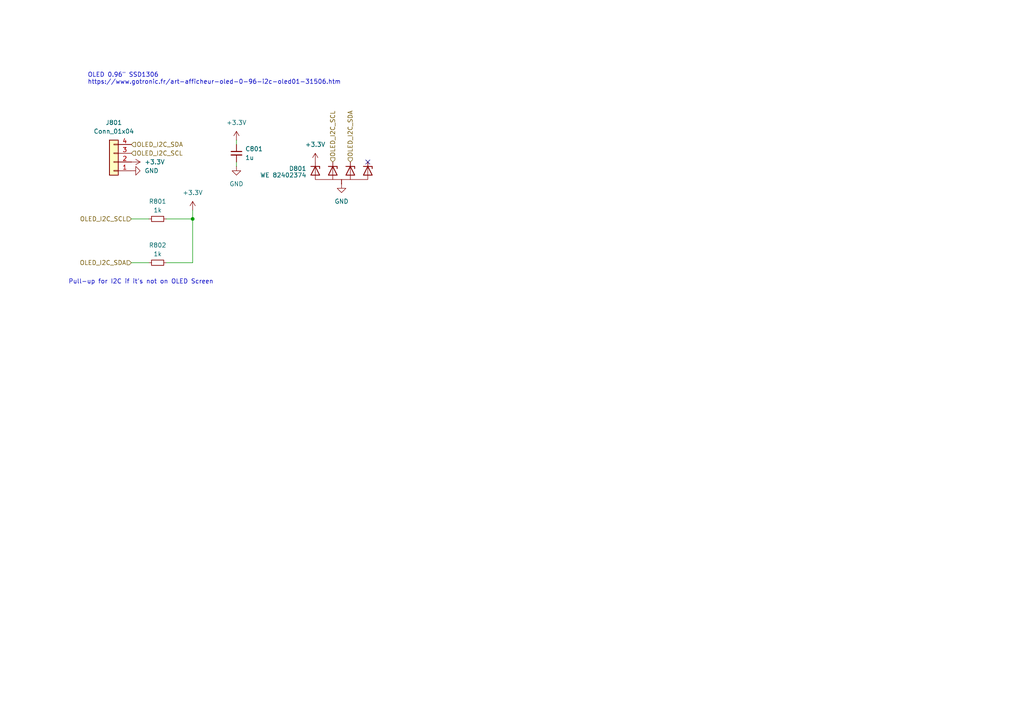
<source format=kicad_sch>
(kicad_sch
	(version 20231120)
	(generator "eeschema")
	(generator_version "8.0")
	(uuid "15e534a4-db6f-42d7-8af0-5d00a5b11e98")
	(paper "A4")
	(lib_symbols
		(symbol "Connector_Generic:Conn_01x04"
			(pin_names
				(offset 1.016) hide)
			(exclude_from_sim no)
			(in_bom yes)
			(on_board yes)
			(property "Reference" "J"
				(at 0 5.08 0)
				(effects
					(font
						(size 1.27 1.27)
					)
				)
			)
			(property "Value" "Conn_01x04"
				(at 0 -7.62 0)
				(effects
					(font
						(size 1.27 1.27)
					)
				)
			)
			(property "Footprint" ""
				(at 0 0 0)
				(effects
					(font
						(size 1.27 1.27)
					)
					(hide yes)
				)
			)
			(property "Datasheet" "~"
				(at 0 0 0)
				(effects
					(font
						(size 1.27 1.27)
					)
					(hide yes)
				)
			)
			(property "Description" "Generic connector, single row, 01x04, script generated (kicad-library-utils/schlib/autogen/connector/)"
				(at 0 0 0)
				(effects
					(font
						(size 1.27 1.27)
					)
					(hide yes)
				)
			)
			(property "ki_keywords" "connector"
				(at 0 0 0)
				(effects
					(font
						(size 1.27 1.27)
					)
					(hide yes)
				)
			)
			(property "ki_fp_filters" "Connector*:*_1x??_*"
				(at 0 0 0)
				(effects
					(font
						(size 1.27 1.27)
					)
					(hide yes)
				)
			)
			(symbol "Conn_01x04_1_1"
				(rectangle
					(start -1.27 -4.953)
					(end 0 -5.207)
					(stroke
						(width 0.1524)
						(type default)
					)
					(fill
						(type none)
					)
				)
				(rectangle
					(start -1.27 -2.413)
					(end 0 -2.667)
					(stroke
						(width 0.1524)
						(type default)
					)
					(fill
						(type none)
					)
				)
				(rectangle
					(start -1.27 0.127)
					(end 0 -0.127)
					(stroke
						(width 0.1524)
						(type default)
					)
					(fill
						(type none)
					)
				)
				(rectangle
					(start -1.27 2.667)
					(end 0 2.413)
					(stroke
						(width 0.1524)
						(type default)
					)
					(fill
						(type none)
					)
				)
				(rectangle
					(start -1.27 3.81)
					(end 1.27 -6.35)
					(stroke
						(width 0.254)
						(type default)
					)
					(fill
						(type background)
					)
				)
				(pin passive line
					(at -5.08 2.54 0)
					(length 3.81)
					(name "Pin_1"
						(effects
							(font
								(size 1.27 1.27)
							)
						)
					)
					(number "1"
						(effects
							(font
								(size 1.27 1.27)
							)
						)
					)
				)
				(pin passive line
					(at -5.08 0 0)
					(length 3.81)
					(name "Pin_2"
						(effects
							(font
								(size 1.27 1.27)
							)
						)
					)
					(number "2"
						(effects
							(font
								(size 1.27 1.27)
							)
						)
					)
				)
				(pin passive line
					(at -5.08 -2.54 0)
					(length 3.81)
					(name "Pin_3"
						(effects
							(font
								(size 1.27 1.27)
							)
						)
					)
					(number "3"
						(effects
							(font
								(size 1.27 1.27)
							)
						)
					)
				)
				(pin passive line
					(at -5.08 -5.08 0)
					(length 3.81)
					(name "Pin_4"
						(effects
							(font
								(size 1.27 1.27)
							)
						)
					)
					(number "4"
						(effects
							(font
								(size 1.27 1.27)
							)
						)
					)
				)
			)
		)
		(symbol "Device:C_Small"
			(pin_numbers hide)
			(pin_names
				(offset 0.254) hide)
			(exclude_from_sim no)
			(in_bom yes)
			(on_board yes)
			(property "Reference" "C"
				(at 0.254 1.778 0)
				(effects
					(font
						(size 1.27 1.27)
					)
					(justify left)
				)
			)
			(property "Value" "C_Small"
				(at 0.254 -2.032 0)
				(effects
					(font
						(size 1.27 1.27)
					)
					(justify left)
				)
			)
			(property "Footprint" ""
				(at 0 0 0)
				(effects
					(font
						(size 1.27 1.27)
					)
					(hide yes)
				)
			)
			(property "Datasheet" "~"
				(at 0 0 0)
				(effects
					(font
						(size 1.27 1.27)
					)
					(hide yes)
				)
			)
			(property "Description" "Unpolarized capacitor, small symbol"
				(at 0 0 0)
				(effects
					(font
						(size 1.27 1.27)
					)
					(hide yes)
				)
			)
			(property "ki_keywords" "capacitor cap"
				(at 0 0 0)
				(effects
					(font
						(size 1.27 1.27)
					)
					(hide yes)
				)
			)
			(property "ki_fp_filters" "C_*"
				(at 0 0 0)
				(effects
					(font
						(size 1.27 1.27)
					)
					(hide yes)
				)
			)
			(symbol "C_Small_0_1"
				(polyline
					(pts
						(xy -1.524 -0.508) (xy 1.524 -0.508)
					)
					(stroke
						(width 0.3302)
						(type default)
					)
					(fill
						(type none)
					)
				)
				(polyline
					(pts
						(xy -1.524 0.508) (xy 1.524 0.508)
					)
					(stroke
						(width 0.3048)
						(type default)
					)
					(fill
						(type none)
					)
				)
			)
			(symbol "C_Small_1_1"
				(pin passive line
					(at 0 2.54 270)
					(length 2.032)
					(name "~"
						(effects
							(font
								(size 1.27 1.27)
							)
						)
					)
					(number "1"
						(effects
							(font
								(size 1.27 1.27)
							)
						)
					)
				)
				(pin passive line
					(at 0 -2.54 90)
					(length 2.032)
					(name "~"
						(effects
							(font
								(size 1.27 1.27)
							)
						)
					)
					(number "2"
						(effects
							(font
								(size 1.27 1.27)
							)
						)
					)
				)
			)
		)
		(symbol "Device:R_Small"
			(pin_numbers hide)
			(pin_names
				(offset 0.254) hide)
			(exclude_from_sim no)
			(in_bom yes)
			(on_board yes)
			(property "Reference" "R"
				(at 0.762 0.508 0)
				(effects
					(font
						(size 1.27 1.27)
					)
					(justify left)
				)
			)
			(property "Value" "R_Small"
				(at 0.762 -1.016 0)
				(effects
					(font
						(size 1.27 1.27)
					)
					(justify left)
				)
			)
			(property "Footprint" ""
				(at 0 0 0)
				(effects
					(font
						(size 1.27 1.27)
					)
					(hide yes)
				)
			)
			(property "Datasheet" "~"
				(at 0 0 0)
				(effects
					(font
						(size 1.27 1.27)
					)
					(hide yes)
				)
			)
			(property "Description" "Resistor, small symbol"
				(at 0 0 0)
				(effects
					(font
						(size 1.27 1.27)
					)
					(hide yes)
				)
			)
			(property "ki_keywords" "R resistor"
				(at 0 0 0)
				(effects
					(font
						(size 1.27 1.27)
					)
					(hide yes)
				)
			)
			(property "ki_fp_filters" "R_*"
				(at 0 0 0)
				(effects
					(font
						(size 1.27 1.27)
					)
					(hide yes)
				)
			)
			(symbol "R_Small_0_1"
				(rectangle
					(start -0.762 1.778)
					(end 0.762 -1.778)
					(stroke
						(width 0.2032)
						(type default)
					)
					(fill
						(type none)
					)
				)
			)
			(symbol "R_Small_1_1"
				(pin passive line
					(at 0 2.54 270)
					(length 0.762)
					(name "~"
						(effects
							(font
								(size 1.27 1.27)
							)
						)
					)
					(number "1"
						(effects
							(font
								(size 1.27 1.27)
							)
						)
					)
				)
				(pin passive line
					(at 0 -2.54 90)
					(length 0.762)
					(name "~"
						(effects
							(font
								(size 1.27 1.27)
							)
						)
					)
					(number "2"
						(effects
							(font
								(size 1.27 1.27)
							)
						)
					)
				)
			)
		)
		(symbol "mylibs:D_TVS_Uni_x4"
			(exclude_from_sim no)
			(in_bom yes)
			(on_board yes)
			(property "Reference" "D"
				(at 0 8.128 0)
				(effects
					(font
						(size 1.27 1.27)
					)
				)
			)
			(property "Value" ""
				(at -1.27 -2.54 0)
				(effects
					(font
						(size 1.27 1.27)
					)
				)
			)
			(property "Footprint" ""
				(at -1.27 -2.54 0)
				(effects
					(font
						(size 1.27 1.27)
					)
					(hide yes)
				)
			)
			(property "Datasheet" "https://www.we-online.com/components/products/datasheet/82402374.pdf"
				(at 0 -18.542 0)
				(effects
					(font
						(size 1.27 1.27)
					)
					(hide yes)
				)
			)
			(property "Description" "TVS 5V x4"
				(at -0.254 -16.51 0)
				(effects
					(font
						(size 1.27 1.27)
					)
					(hide yes)
				)
			)
			(property "MPN" "WE 82402374"
				(at 0.254 -13.716 0)
				(effects
					(font
						(size 1.27 1.27)
					)
					(hide yes)
				)
			)
			(property "ki_keywords" "TVS"
				(at 0 0 0)
				(effects
					(font
						(size 1.27 1.27)
					)
					(hide yes)
				)
			)
			(symbol "D_TVS_Uni_x4_0_1"
				(polyline
					(pts
						(xy -7.62 -1.27) (xy -7.62 -3.81)
					)
					(stroke
						(width 0)
						(type default)
					)
					(fill
						(type none)
					)
				)
				(polyline
					(pts
						(xy -2.54 -1.27) (xy -2.54 -3.81)
					)
					(stroke
						(width 0)
						(type default)
					)
					(fill
						(type none)
					)
				)
				(polyline
					(pts
						(xy -2.54 1.27) (xy 2.54 1.27)
					)
					(stroke
						(width 0)
						(type default)
					)
					(fill
						(type none)
					)
				)
				(polyline
					(pts
						(xy 2.54 -1.27) (xy 2.54 -3.81)
					)
					(stroke
						(width 0)
						(type default)
					)
					(fill
						(type none)
					)
				)
				(polyline
					(pts
						(xy 7.62 -1.27) (xy 7.62 -3.81)
					)
					(stroke
						(width 0)
						(type default)
					)
					(fill
						(type none)
					)
				)
				(polyline
					(pts
						(xy -2.54 -1.27) (xy -2.54 1.27) (xy -7.62 1.27) (xy -7.62 -1.27)
					)
					(stroke
						(width 0)
						(type default)
					)
					(fill
						(type none)
					)
				)
				(polyline
					(pts
						(xy 7.62 -1.27) (xy 7.62 1.27) (xy 2.54 1.27) (xy 2.54 -1.27)
					)
					(stroke
						(width 0)
						(type default)
					)
					(fill
						(type none)
					)
				)
			)
			(symbol "D_TVS_Uni_x4_1_1"
				(polyline
					(pts
						(xy -8.89 -1.905) (xy -8.89 -2.54) (xy -6.35 -2.54)
					)
					(stroke
						(width 0.254)
						(type default)
					)
					(fill
						(type none)
					)
				)
				(polyline
					(pts
						(xy -3.81 -1.905) (xy -3.81 -2.54) (xy -1.27 -2.54)
					)
					(stroke
						(width 0.254)
						(type default)
					)
					(fill
						(type none)
					)
				)
				(polyline
					(pts
						(xy 1.27 -1.905) (xy 1.27 -2.54) (xy 3.81 -2.54)
					)
					(stroke
						(width 0.254)
						(type default)
					)
					(fill
						(type none)
					)
				)
				(polyline
					(pts
						(xy 6.35 -1.905) (xy 6.35 -2.54) (xy 8.89 -2.54)
					)
					(stroke
						(width 0.254)
						(type default)
					)
					(fill
						(type none)
					)
				)
				(polyline
					(pts
						(xy -7.62 -2.54) (xy -8.89 0) (xy -6.35 0) (xy -7.62 -2.54)
					)
					(stroke
						(width 0.254)
						(type default)
					)
					(fill
						(type none)
					)
				)
				(polyline
					(pts
						(xy -2.54 -2.54) (xy -3.81 0) (xy -1.27 0) (xy -2.54 -2.54)
					)
					(stroke
						(width 0.254)
						(type default)
					)
					(fill
						(type none)
					)
				)
				(polyline
					(pts
						(xy 2.54 -2.54) (xy 1.27 0) (xy 3.81 0) (xy 2.54 -2.54)
					)
					(stroke
						(width 0.254)
						(type default)
					)
					(fill
						(type none)
					)
				)
				(polyline
					(pts
						(xy 7.62 -2.54) (xy 6.35 0) (xy 8.89 0) (xy 7.62 -2.54)
					)
					(stroke
						(width 0.254)
						(type default)
					)
					(fill
						(type none)
					)
				)
				(pin passive line
					(at -7.62 -3.81 90)
					(length 1.27)
					(name "I/O"
						(effects
							(font
								(size 0 0)
							)
						)
					)
					(number "1"
						(effects
							(font
								(size 0 0)
							)
						)
					)
				)
				(pin passive line
					(at 0 2.54 270)
					(length 1.27)
					(name "GND"
						(effects
							(font
								(size 0 0)
							)
						)
					)
					(number "2"
						(effects
							(font
								(size 0 0)
							)
						)
					)
				)
				(pin passive line
					(at -2.54 -3.81 90)
					(length 1.27)
					(name "I/O"
						(effects
							(font
								(size 0 0)
							)
						)
					)
					(number "3"
						(effects
							(font
								(size 0 0)
							)
						)
					)
				)
				(pin passive line
					(at 2.54 -3.81 90)
					(length 1.27)
					(name "I/O"
						(effects
							(font
								(size 0 0)
							)
						)
					)
					(number "4"
						(effects
							(font
								(size 0 0)
							)
						)
					)
				)
				(pin passive line
					(at 7.62 -3.81 90)
					(length 1.27)
					(name "I/O"
						(effects
							(font
								(size 0 0)
							)
						)
					)
					(number "5"
						(effects
							(font
								(size 0 0)
							)
						)
					)
				)
			)
		)
		(symbol "power:+3.3V"
			(power)
			(pin_numbers hide)
			(pin_names
				(offset 0) hide)
			(exclude_from_sim no)
			(in_bom yes)
			(on_board yes)
			(property "Reference" "#PWR"
				(at 0 -3.81 0)
				(effects
					(font
						(size 1.27 1.27)
					)
					(hide yes)
				)
			)
			(property "Value" "+3.3V"
				(at 0 3.556 0)
				(effects
					(font
						(size 1.27 1.27)
					)
				)
			)
			(property "Footprint" ""
				(at 0 0 0)
				(effects
					(font
						(size 1.27 1.27)
					)
					(hide yes)
				)
			)
			(property "Datasheet" ""
				(at 0 0 0)
				(effects
					(font
						(size 1.27 1.27)
					)
					(hide yes)
				)
			)
			(property "Description" "Power symbol creates a global label with name \"+3.3V\""
				(at 0 0 0)
				(effects
					(font
						(size 1.27 1.27)
					)
					(hide yes)
				)
			)
			(property "ki_keywords" "global power"
				(at 0 0 0)
				(effects
					(font
						(size 1.27 1.27)
					)
					(hide yes)
				)
			)
			(symbol "+3.3V_0_1"
				(polyline
					(pts
						(xy -0.762 1.27) (xy 0 2.54)
					)
					(stroke
						(width 0)
						(type default)
					)
					(fill
						(type none)
					)
				)
				(polyline
					(pts
						(xy 0 0) (xy 0 2.54)
					)
					(stroke
						(width 0)
						(type default)
					)
					(fill
						(type none)
					)
				)
				(polyline
					(pts
						(xy 0 2.54) (xy 0.762 1.27)
					)
					(stroke
						(width 0)
						(type default)
					)
					(fill
						(type none)
					)
				)
			)
			(symbol "+3.3V_1_1"
				(pin power_in line
					(at 0 0 90)
					(length 0)
					(name "~"
						(effects
							(font
								(size 1.27 1.27)
							)
						)
					)
					(number "1"
						(effects
							(font
								(size 1.27 1.27)
							)
						)
					)
				)
			)
		)
		(symbol "power:GND"
			(power)
			(pin_numbers hide)
			(pin_names
				(offset 0) hide)
			(exclude_from_sim no)
			(in_bom yes)
			(on_board yes)
			(property "Reference" "#PWR"
				(at 0 -6.35 0)
				(effects
					(font
						(size 1.27 1.27)
					)
					(hide yes)
				)
			)
			(property "Value" "GND"
				(at 0 -3.81 0)
				(effects
					(font
						(size 1.27 1.27)
					)
				)
			)
			(property "Footprint" ""
				(at 0 0 0)
				(effects
					(font
						(size 1.27 1.27)
					)
					(hide yes)
				)
			)
			(property "Datasheet" ""
				(at 0 0 0)
				(effects
					(font
						(size 1.27 1.27)
					)
					(hide yes)
				)
			)
			(property "Description" "Power symbol creates a global label with name \"GND\" , ground"
				(at 0 0 0)
				(effects
					(font
						(size 1.27 1.27)
					)
					(hide yes)
				)
			)
			(property "ki_keywords" "global power"
				(at 0 0 0)
				(effects
					(font
						(size 1.27 1.27)
					)
					(hide yes)
				)
			)
			(symbol "GND_0_1"
				(polyline
					(pts
						(xy 0 0) (xy 0 -1.27) (xy 1.27 -1.27) (xy 0 -2.54) (xy -1.27 -1.27) (xy 0 -1.27)
					)
					(stroke
						(width 0)
						(type default)
					)
					(fill
						(type none)
					)
				)
			)
			(symbol "GND_1_1"
				(pin power_in line
					(at 0 0 270)
					(length 0)
					(name "~"
						(effects
							(font
								(size 1.27 1.27)
							)
						)
					)
					(number "1"
						(effects
							(font
								(size 1.27 1.27)
							)
						)
					)
				)
			)
		)
	)
	(junction
		(at 55.88 63.5)
		(diameter 0)
		(color 0 0 0 0)
		(uuid "f68b5d9b-5eba-418c-9ccc-70ae005cb751")
	)
	(no_connect
		(at 106.68 46.99)
		(uuid "9abf32a2-bec4-4f17-8574-ee0413ee1712")
	)
	(wire
		(pts
			(xy 48.26 76.2) (xy 55.88 76.2)
		)
		(stroke
			(width 0)
			(type default)
		)
		(uuid "06e586eb-3748-4283-a838-25a975b31aad")
	)
	(wire
		(pts
			(xy 68.58 46.99) (xy 68.58 48.26)
		)
		(stroke
			(width 0)
			(type default)
		)
		(uuid "585fff11-1005-4c2f-a3b4-be57f7b8d355")
	)
	(wire
		(pts
			(xy 38.1 63.5) (xy 43.18 63.5)
		)
		(stroke
			(width 0)
			(type default)
		)
		(uuid "649650f5-7301-4d3c-a3ca-10ae15a81042")
	)
	(wire
		(pts
			(xy 38.1 76.2) (xy 43.18 76.2)
		)
		(stroke
			(width 0)
			(type default)
		)
		(uuid "7c11e798-6a2f-4e3a-8c4e-e6d3018b03b2")
	)
	(wire
		(pts
			(xy 55.88 60.96) (xy 55.88 63.5)
		)
		(stroke
			(width 0)
			(type default)
		)
		(uuid "8cb4b356-0133-450c-aa66-80ac5e669841")
	)
	(wire
		(pts
			(xy 55.88 76.2) (xy 55.88 63.5)
		)
		(stroke
			(width 0)
			(type default)
		)
		(uuid "b43e0373-af3b-4fce-86df-f42dfae10d66")
	)
	(wire
		(pts
			(xy 55.88 63.5) (xy 48.26 63.5)
		)
		(stroke
			(width 0)
			(type default)
		)
		(uuid "c3c9560a-df08-4ce1-8886-7fac16b16108")
	)
	(wire
		(pts
			(xy 68.58 40.64) (xy 68.58 41.91)
		)
		(stroke
			(width 0)
			(type default)
		)
		(uuid "fa4dff84-f364-4d49-8a29-4237088dfc15")
	)
	(text "OLED 0.96\" SSD1306\nhttps://www.gotronic.fr/art-afficheur-oled-0-96-i2c-oled01-31506.htm"
		(exclude_from_sim no)
		(at 25.4 22.86 0)
		(effects
			(font
				(size 1.27 1.27)
			)
			(justify left)
		)
		(uuid "3933045b-6fd0-4f59-b3fb-aaa85ed9fc11")
	)
	(text "Pull-up for I2C if it's not on OLED Screen"
		(exclude_from_sim no)
		(at 40.894 81.788 0)
		(effects
			(font
				(size 1.27 1.27)
			)
		)
		(uuid "951d937f-85f4-456b-bbdc-aa01770dbc26")
	)
	(hierarchical_label "OLED_I2C_SCL"
		(shape input)
		(at 38.1 63.5 180)
		(effects
			(font
				(size 1.27 1.27)
			)
			(justify right)
		)
		(uuid "10088535-36b3-4c89-a549-8af15da44099")
	)
	(hierarchical_label "OLED_I2C_SDA"
		(shape input)
		(at 38.1 76.2 180)
		(effects
			(font
				(size 1.27 1.27)
			)
			(justify right)
		)
		(uuid "47cd8461-8bc8-4452-9265-e89f95c97aed")
	)
	(hierarchical_label "OLED_I2C_SDA"
		(shape input)
		(at 38.1 41.91 0)
		(effects
			(font
				(size 1.27 1.27)
			)
			(justify left)
		)
		(uuid "7617ff37-1a22-4b93-97e2-16723b1afc1f")
	)
	(hierarchical_label "OLED_I2C_SDA"
		(shape input)
		(at 101.6 46.99 90)
		(effects
			(font
				(size 1.27 1.27)
			)
			(justify left)
		)
		(uuid "ed507b5c-9e2d-4a4d-ae62-152e9002958b")
	)
	(hierarchical_label "OLED_I2C_SCL"
		(shape input)
		(at 96.52 46.99 90)
		(effects
			(font
				(size 1.27 1.27)
			)
			(justify left)
		)
		(uuid "fb011123-9d7d-4146-b22f-c06623b7d8a6")
	)
	(hierarchical_label "OLED_I2C_SCL"
		(shape input)
		(at 38.1 44.45 0)
		(effects
			(font
				(size 1.27 1.27)
			)
			(justify left)
		)
		(uuid "ff74bfd0-4aea-4e59-b7ac-17549c74ef49")
	)
	(symbol
		(lib_id "Device:R_Small")
		(at 45.72 63.5 90)
		(unit 1)
		(exclude_from_sim no)
		(in_bom yes)
		(on_board yes)
		(dnp no)
		(fields_autoplaced yes)
		(uuid "016e22e9-fb8b-45df-9801-222b0a8b976a")
		(property "Reference" "R801"
			(at 45.72 58.42 90)
			(effects
				(font
					(size 1.27 1.27)
				)
			)
		)
		(property "Value" "1k"
			(at 45.72 60.96 90)
			(effects
				(font
					(size 1.27 1.27)
				)
			)
		)
		(property "Footprint" "Resistor_SMD:R_0402_1005Metric"
			(at 45.72 63.5 0)
			(effects
				(font
					(size 1.27 1.27)
				)
				(hide yes)
			)
		)
		(property "Datasheet" "~"
			(at 45.72 63.5 0)
			(effects
				(font
					(size 1.27 1.27)
				)
				(hide yes)
			)
		)
		(property "Description" "Resistor, small symbol"
			(at 45.72 63.5 0)
			(effects
				(font
					(size 1.27 1.27)
				)
				(hide yes)
			)
		)
		(property "Vmax" ""
			(at 45.72 63.5 0)
			(effects
				(font
					(size 1.27 1.27)
				)
				(hide yes)
			)
		)
		(pin "1"
			(uuid "32623b42-b8da-4b5d-8cb6-a42700ed4315")
		)
		(pin "2"
			(uuid "f83b53d3-2c7d-42d7-8b33-13c70397df58")
		)
		(instances
			(project "uC_TP_Boussole_mb"
				(path "/2e9feef3-d2ce-488a-99fa-e1de5099ffc3/51dbfd4b-530d-4bfc-b216-7850cc622368"
					(reference "R801")
					(unit 1)
				)
			)
		)
	)
	(symbol
		(lib_id "power:+3.3V")
		(at 38.1 46.99 270)
		(unit 1)
		(exclude_from_sim no)
		(in_bom yes)
		(on_board yes)
		(dnp no)
		(fields_autoplaced yes)
		(uuid "23f10623-7b2e-4cae-a039-2cd305aa84b2")
		(property "Reference" "#PWR0801"
			(at 34.29 46.99 0)
			(effects
				(font
					(size 1.27 1.27)
				)
				(hide yes)
			)
		)
		(property "Value" "+3.3V"
			(at 41.91 46.9899 90)
			(effects
				(font
					(size 1.27 1.27)
				)
				(justify left)
			)
		)
		(property "Footprint" ""
			(at 38.1 46.99 0)
			(effects
				(font
					(size 1.27 1.27)
				)
				(hide yes)
			)
		)
		(property "Datasheet" ""
			(at 38.1 46.99 0)
			(effects
				(font
					(size 1.27 1.27)
				)
				(hide yes)
			)
		)
		(property "Description" "Power symbol creates a global label with name \"+3.3V\""
			(at 38.1 46.99 0)
			(effects
				(font
					(size 1.27 1.27)
				)
				(hide yes)
			)
		)
		(pin "1"
			(uuid "8a37b137-3879-409a-85ee-c1d7b69ceff3")
		)
		(instances
			(project "uC_TP_Boussole_mb"
				(path "/2e9feef3-d2ce-488a-99fa-e1de5099ffc3/51dbfd4b-530d-4bfc-b216-7850cc622368"
					(reference "#PWR0801")
					(unit 1)
				)
			)
		)
	)
	(symbol
		(lib_id "Device:R_Small")
		(at 45.72 76.2 90)
		(unit 1)
		(exclude_from_sim no)
		(in_bom yes)
		(on_board yes)
		(dnp no)
		(fields_autoplaced yes)
		(uuid "27cc1039-22d5-492d-b2df-09da6a2a84da")
		(property "Reference" "R802"
			(at 45.72 71.12 90)
			(effects
				(font
					(size 1.27 1.27)
				)
			)
		)
		(property "Value" "1k"
			(at 45.72 73.66 90)
			(effects
				(font
					(size 1.27 1.27)
				)
			)
		)
		(property "Footprint" "Resistor_SMD:R_0402_1005Metric"
			(at 45.72 76.2 0)
			(effects
				(font
					(size 1.27 1.27)
				)
				(hide yes)
			)
		)
		(property "Datasheet" "~"
			(at 45.72 76.2 0)
			(effects
				(font
					(size 1.27 1.27)
				)
				(hide yes)
			)
		)
		(property "Description" "Resistor, small symbol"
			(at 45.72 76.2 0)
			(effects
				(font
					(size 1.27 1.27)
				)
				(hide yes)
			)
		)
		(property "Vmax" ""
			(at 45.72 76.2 0)
			(effects
				(font
					(size 1.27 1.27)
				)
				(hide yes)
			)
		)
		(pin "1"
			(uuid "f5de7e77-33d0-4579-a0ca-273f67d20a47")
		)
		(pin "2"
			(uuid "5af4c07c-b3ef-4980-8565-5c46bd75eb11")
		)
		(instances
			(project "uC_TP_Boussole_mb"
				(path "/2e9feef3-d2ce-488a-99fa-e1de5099ffc3/51dbfd4b-530d-4bfc-b216-7850cc622368"
					(reference "R802")
					(unit 1)
				)
			)
		)
	)
	(symbol
		(lib_id "power:GND")
		(at 68.58 48.26 0)
		(unit 1)
		(exclude_from_sim no)
		(in_bom yes)
		(on_board yes)
		(dnp no)
		(fields_autoplaced yes)
		(uuid "437a79c3-3ae4-4aad-94ab-c5ac6e46b2e5")
		(property "Reference" "#PWR0805"
			(at 68.58 54.61 0)
			(effects
				(font
					(size 1.27 1.27)
				)
				(hide yes)
			)
		)
		(property "Value" "GND"
			(at 68.58 53.34 0)
			(effects
				(font
					(size 1.27 1.27)
				)
			)
		)
		(property "Footprint" ""
			(at 68.58 48.26 0)
			(effects
				(font
					(size 1.27 1.27)
				)
				(hide yes)
			)
		)
		(property "Datasheet" ""
			(at 68.58 48.26 0)
			(effects
				(font
					(size 1.27 1.27)
				)
				(hide yes)
			)
		)
		(property "Description" "Power symbol creates a global label with name \"GND\" , ground"
			(at 68.58 48.26 0)
			(effects
				(font
					(size 1.27 1.27)
				)
				(hide yes)
			)
		)
		(pin "1"
			(uuid "85758d00-4996-4e98-abd4-ce62015e92d3")
		)
		(instances
			(project "uC_TP_Boussole_mb"
				(path "/2e9feef3-d2ce-488a-99fa-e1de5099ffc3/51dbfd4b-530d-4bfc-b216-7850cc622368"
					(reference "#PWR0805")
					(unit 1)
				)
			)
		)
	)
	(symbol
		(lib_id "power:+3.3V")
		(at 68.58 40.64 0)
		(unit 1)
		(exclude_from_sim no)
		(in_bom yes)
		(on_board yes)
		(dnp no)
		(fields_autoplaced yes)
		(uuid "5fe19e1f-1f00-43db-afbe-c5e51c516efa")
		(property "Reference" "#PWR0804"
			(at 68.58 44.45 0)
			(effects
				(font
					(size 1.27 1.27)
				)
				(hide yes)
			)
		)
		(property "Value" "+3.3V"
			(at 68.58 35.56 0)
			(effects
				(font
					(size 1.27 1.27)
				)
			)
		)
		(property "Footprint" ""
			(at 68.58 40.64 0)
			(effects
				(font
					(size 1.27 1.27)
				)
				(hide yes)
			)
		)
		(property "Datasheet" ""
			(at 68.58 40.64 0)
			(effects
				(font
					(size 1.27 1.27)
				)
				(hide yes)
			)
		)
		(property "Description" "Power symbol creates a global label with name \"+3.3V\""
			(at 68.58 40.64 0)
			(effects
				(font
					(size 1.27 1.27)
				)
				(hide yes)
			)
		)
		(pin "1"
			(uuid "15ca7d47-1814-4f08-8e24-444337e033fb")
		)
		(instances
			(project "uC_TP_Boussole_mb"
				(path "/2e9feef3-d2ce-488a-99fa-e1de5099ffc3/51dbfd4b-530d-4bfc-b216-7850cc622368"
					(reference "#PWR0804")
					(unit 1)
				)
			)
		)
	)
	(symbol
		(lib_id "Device:C_Small")
		(at 68.58 44.45 0)
		(unit 1)
		(exclude_from_sim no)
		(in_bom yes)
		(on_board yes)
		(dnp no)
		(fields_autoplaced yes)
		(uuid "7759315c-0a2a-463a-bfde-29b585a22d22")
		(property "Reference" "C801"
			(at 71.12 43.1862 0)
			(effects
				(font
					(size 1.27 1.27)
				)
				(justify left)
			)
		)
		(property "Value" "1u"
			(at 71.12 45.7262 0)
			(effects
				(font
					(size 1.27 1.27)
				)
				(justify left)
			)
		)
		(property "Footprint" "Capacitor_SMD:C_0402_1005Metric"
			(at 68.58 44.45 0)
			(effects
				(font
					(size 1.27 1.27)
				)
				(hide yes)
			)
		)
		(property "Datasheet" "~"
			(at 68.58 44.45 0)
			(effects
				(font
					(size 1.27 1.27)
				)
				(hide yes)
			)
		)
		(property "Description" "Unpolarized capacitor, small symbol"
			(at 68.58 44.45 0)
			(effects
				(font
					(size 1.27 1.27)
				)
				(hide yes)
			)
		)
		(property "Vmax" ""
			(at 68.58 44.45 0)
			(effects
				(font
					(size 1.27 1.27)
				)
				(hide yes)
			)
		)
		(pin "2"
			(uuid "4ae6f527-4fe0-4ca6-a72f-cf08f84758e7")
		)
		(pin "1"
			(uuid "134a6324-f66f-4ccf-a28e-f95a61ce2db4")
		)
		(instances
			(project "uC_TP_Boussole_mb"
				(path "/2e9feef3-d2ce-488a-99fa-e1de5099ffc3/51dbfd4b-530d-4bfc-b216-7850cc622368"
					(reference "C801")
					(unit 1)
				)
			)
		)
	)
	(symbol
		(lib_id "power:GND")
		(at 38.1 49.53 90)
		(unit 1)
		(exclude_from_sim no)
		(in_bom yes)
		(on_board yes)
		(dnp no)
		(fields_autoplaced yes)
		(uuid "9ec5ca6f-0dfb-4e31-909e-cf7e84a493c5")
		(property "Reference" "#PWR0802"
			(at 44.45 49.53 0)
			(effects
				(font
					(size 1.27 1.27)
				)
				(hide yes)
			)
		)
		(property "Value" "GND"
			(at 41.91 49.5299 90)
			(effects
				(font
					(size 1.27 1.27)
				)
				(justify right)
			)
		)
		(property "Footprint" ""
			(at 38.1 49.53 0)
			(effects
				(font
					(size 1.27 1.27)
				)
				(hide yes)
			)
		)
		(property "Datasheet" ""
			(at 38.1 49.53 0)
			(effects
				(font
					(size 1.27 1.27)
				)
				(hide yes)
			)
		)
		(property "Description" "Power symbol creates a global label with name \"GND\" , ground"
			(at 38.1 49.53 0)
			(effects
				(font
					(size 1.27 1.27)
				)
				(hide yes)
			)
		)
		(pin "1"
			(uuid "744b747e-2950-4c24-b4bc-74151a0210f8")
		)
		(instances
			(project "uC_TP_Boussole_mb"
				(path "/2e9feef3-d2ce-488a-99fa-e1de5099ffc3/51dbfd4b-530d-4bfc-b216-7850cc622368"
					(reference "#PWR0802")
					(unit 1)
				)
			)
		)
	)
	(symbol
		(lib_id "power:+3.3V")
		(at 91.44 46.99 0)
		(unit 1)
		(exclude_from_sim no)
		(in_bom yes)
		(on_board yes)
		(dnp no)
		(fields_autoplaced yes)
		(uuid "aea2e816-5ac3-43c4-93a8-bbce68097fd4")
		(property "Reference" "#PWR0807"
			(at 91.44 50.8 0)
			(effects
				(font
					(size 1.27 1.27)
				)
				(hide yes)
			)
		)
		(property "Value" "+3.3V"
			(at 91.44 41.91 0)
			(effects
				(font
					(size 1.27 1.27)
				)
			)
		)
		(property "Footprint" ""
			(at 91.44 46.99 0)
			(effects
				(font
					(size 1.27 1.27)
				)
				(hide yes)
			)
		)
		(property "Datasheet" ""
			(at 91.44 46.99 0)
			(effects
				(font
					(size 1.27 1.27)
				)
				(hide yes)
			)
		)
		(property "Description" "Power symbol creates a global label with name \"+3.3V\""
			(at 91.44 46.99 0)
			(effects
				(font
					(size 1.27 1.27)
				)
				(hide yes)
			)
		)
		(pin "1"
			(uuid "8daede80-2854-431d-9cb1-d48664bd1f1d")
		)
		(instances
			(project "uC_TP_Boussole_mb"
				(path "/2e9feef3-d2ce-488a-99fa-e1de5099ffc3/51dbfd4b-530d-4bfc-b216-7850cc622368"
					(reference "#PWR0807")
					(unit 1)
				)
			)
		)
	)
	(symbol
		(lib_id "mylibs:D_TVS_Uni_x4")
		(at 99.06 50.8 180)
		(unit 1)
		(exclude_from_sim no)
		(in_bom yes)
		(on_board yes)
		(dnp no)
		(fields_autoplaced yes)
		(uuid "be1088a9-fe99-4526-8aa3-a59595f182cb")
		(property "Reference" "D801"
			(at 88.9 48.8949 0)
			(effects
				(font
					(size 1.27 1.27)
				)
				(justify left)
			)
		)
		(property "Value" "WE 82402374"
			(at 88.9 50.8 0)
			(effects
				(font
					(size 1.27 1.27)
				)
				(justify left)
			)
		)
		(property "Footprint" "Library:SC70-5L"
			(at 100.33 48.26 0)
			(effects
				(font
					(size 1.27 1.27)
				)
				(hide yes)
			)
		)
		(property "Datasheet" "https://www.we-online.com/components/products/datasheet/82402374.pdf"
			(at 99.06 32.258 0)
			(effects
				(font
					(size 1.27 1.27)
				)
				(hide yes)
			)
		)
		(property "Description" "TVS 5V x4"
			(at 99.314 34.29 0)
			(effects
				(font
					(size 1.27 1.27)
				)
				(hide yes)
			)
		)
		(property "MPN" "WE 82402374"
			(at 98.806 37.084 0)
			(effects
				(font
					(size 1.27 1.27)
				)
				(hide yes)
			)
		)
		(property "Vmax" ""
			(at 99.06 50.8 0)
			(effects
				(font
					(size 1.27 1.27)
				)
				(hide yes)
			)
		)
		(pin "1"
			(uuid "f0a1a70f-03ce-4079-8e48-90f03efcb13f")
		)
		(pin "2"
			(uuid "d8f34e82-4a0c-479b-820b-f366fd177d93")
		)
		(pin "3"
			(uuid "82704922-75a1-492e-a712-9cbf6543a7f3")
		)
		(pin "4"
			(uuid "3a92a5f2-7c9a-4e65-ba81-2350d06ba6ec")
		)
		(pin "5"
			(uuid "7af8cb65-4c7f-485d-8cbb-bc0399fa5f8c")
		)
		(instances
			(project "uC_TP_Boussole_mb"
				(path "/2e9feef3-d2ce-488a-99fa-e1de5099ffc3/51dbfd4b-530d-4bfc-b216-7850cc622368"
					(reference "D801")
					(unit 1)
				)
			)
		)
	)
	(symbol
		(lib_id "power:+3.3V")
		(at 55.88 60.96 0)
		(unit 1)
		(exclude_from_sim no)
		(in_bom yes)
		(on_board yes)
		(dnp no)
		(fields_autoplaced yes)
		(uuid "c2de243b-3e22-417c-9e09-7fecf4a05005")
		(property "Reference" "#PWR0803"
			(at 55.88 64.77 0)
			(effects
				(font
					(size 1.27 1.27)
				)
				(hide yes)
			)
		)
		(property "Value" "+3.3V"
			(at 55.88 55.88 0)
			(effects
				(font
					(size 1.27 1.27)
				)
			)
		)
		(property "Footprint" ""
			(at 55.88 60.96 0)
			(effects
				(font
					(size 1.27 1.27)
				)
				(hide yes)
			)
		)
		(property "Datasheet" ""
			(at 55.88 60.96 0)
			(effects
				(font
					(size 1.27 1.27)
				)
				(hide yes)
			)
		)
		(property "Description" "Power symbol creates a global label with name \"+3.3V\""
			(at 55.88 60.96 0)
			(effects
				(font
					(size 1.27 1.27)
				)
				(hide yes)
			)
		)
		(pin "1"
			(uuid "97ba37ce-ddf3-4c42-acd9-96290464153f")
		)
		(instances
			(project "uC_TP_Boussole_mb"
				(path "/2e9feef3-d2ce-488a-99fa-e1de5099ffc3/51dbfd4b-530d-4bfc-b216-7850cc622368"
					(reference "#PWR0803")
					(unit 1)
				)
			)
		)
	)
	(symbol
		(lib_id "power:GND")
		(at 99.06 53.34 0)
		(unit 1)
		(exclude_from_sim no)
		(in_bom yes)
		(on_board yes)
		(dnp no)
		(fields_autoplaced yes)
		(uuid "d3343367-bcd5-4e38-ad9d-27decb7124ce")
		(property "Reference" "#PWR0806"
			(at 99.06 59.69 0)
			(effects
				(font
					(size 1.27 1.27)
				)
				(hide yes)
			)
		)
		(property "Value" "GND"
			(at 99.06 58.42 0)
			(effects
				(font
					(size 1.27 1.27)
				)
			)
		)
		(property "Footprint" ""
			(at 99.06 53.34 0)
			(effects
				(font
					(size 1.27 1.27)
				)
				(hide yes)
			)
		)
		(property "Datasheet" ""
			(at 99.06 53.34 0)
			(effects
				(font
					(size 1.27 1.27)
				)
				(hide yes)
			)
		)
		(property "Description" "Power symbol creates a global label with name \"GND\" , ground"
			(at 99.06 53.34 0)
			(effects
				(font
					(size 1.27 1.27)
				)
				(hide yes)
			)
		)
		(pin "1"
			(uuid "3efb4303-9902-4206-8519-9ed066182f2e")
		)
		(instances
			(project "uC_TP_Boussole_mb"
				(path "/2e9feef3-d2ce-488a-99fa-e1de5099ffc3/51dbfd4b-530d-4bfc-b216-7850cc622368"
					(reference "#PWR0806")
					(unit 1)
				)
			)
		)
	)
	(symbol
		(lib_id "Connector_Generic:Conn_01x04")
		(at 33.02 46.99 180)
		(unit 1)
		(exclude_from_sim no)
		(in_bom yes)
		(on_board yes)
		(dnp no)
		(fields_autoplaced yes)
		(uuid "ef28440c-b425-4e42-9768-39a35fda4e61")
		(property "Reference" "J801"
			(at 33.02 35.56 0)
			(effects
				(font
					(size 1.27 1.27)
				)
			)
		)
		(property "Value" "Conn_01x04"
			(at 33.02 38.1 0)
			(effects
				(font
					(size 1.27 1.27)
				)
			)
		)
		(property "Footprint" "Library:SBC-OLED01"
			(at 33.02 46.99 0)
			(effects
				(font
					(size 1.27 1.27)
				)
				(hide yes)
			)
		)
		(property "Datasheet" "~"
			(at 33.02 46.99 0)
			(effects
				(font
					(size 1.27 1.27)
				)
				(hide yes)
			)
		)
		(property "Description" "Generic connector, single row, 01x04, script generated (kicad-library-utils/schlib/autogen/connector/)"
			(at 33.02 46.99 0)
			(effects
				(font
					(size 1.27 1.27)
				)
				(hide yes)
			)
		)
		(property "Vmax" ""
			(at 33.02 46.99 0)
			(effects
				(font
					(size 1.27 1.27)
				)
				(hide yes)
			)
		)
		(pin "2"
			(uuid "2d2addf0-6486-4a8f-b9ca-922aeedb2070")
		)
		(pin "3"
			(uuid "34a08697-1aa6-4979-86ce-edd38bafa0a1")
		)
		(pin "1"
			(uuid "b0cde2a6-bb8c-4998-8002-0c251e3a8b9e")
		)
		(pin "4"
			(uuid "c1f1a852-b141-4068-9596-a4beb0530108")
		)
		(instances
			(project "uC_TP_Boussole_mb"
				(path "/2e9feef3-d2ce-488a-99fa-e1de5099ffc3/51dbfd4b-530d-4bfc-b216-7850cc622368"
					(reference "J801")
					(unit 1)
				)
			)
		)
	)
)

</source>
